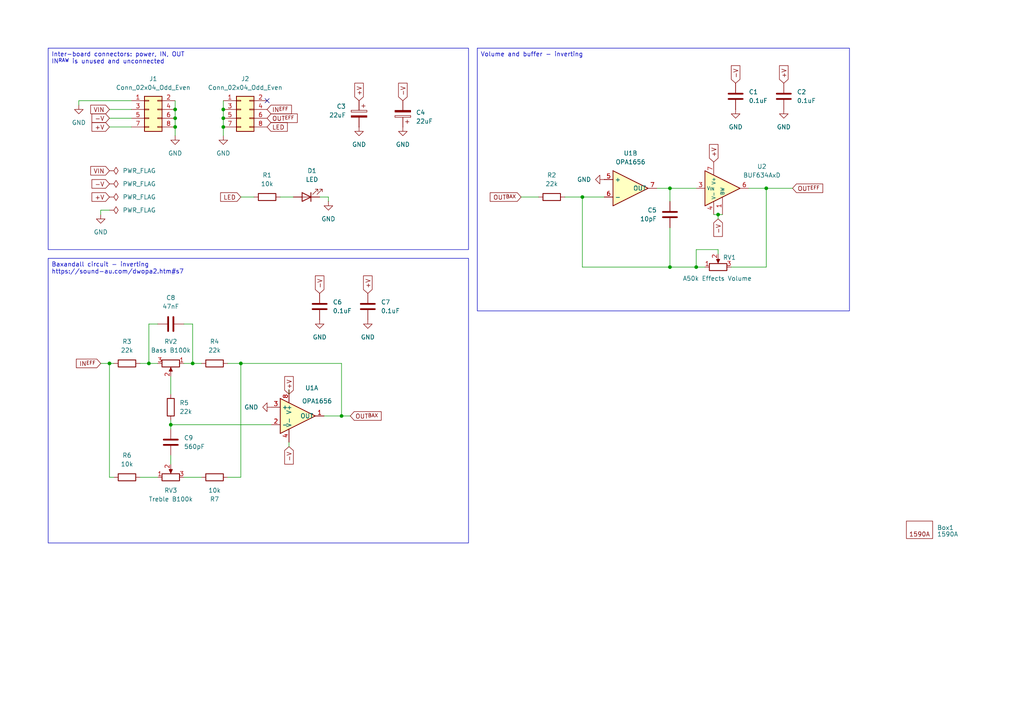
<source format=kicad_sch>
(kicad_sch (version 20231120) (generator "eeschema") (generator_version "8.0")
  (paper "A4")
  (title_block (title "Baxandall tone control with volume") (date "2025-02-28") (rev "v1.0"))
  (lib_symbols
    (symbol "Amplifier_Buffer:BUF634AxD"
      (property "Reference" "U" (at 6.35 2.54 0))
      (property "Value" "BUF634AxD" (at 7.62 -2.54 0))
      (symbol "BUF634AxD_0_1"
        (polyline (pts (xy 5.08 0) (xy -5.08 5.08) (xy -5.08 -5.08) (xy 5.08 0)) (stroke (width 0.254)) (fill (type background)))
      )
      (symbol "BUF634AxD_1_1"
        (pin input line (at 0 -7.62 90) (length 5.08) (name "BW") (number "1"))
        (pin no_connect line (at -5.08 5.08 0) (length 2.54) hide (name "NC") (number "2"))
        (pin input line (at -7.62 0 0) (length 2.54) (name "V_{IN}") (number "3"))
        (pin power_in line (at -2.54 -7.62 90) (length 3.81) (name "V-") (number "4"))
        (pin no_connect line (at -5.08 2.54 0) (length 2.54) hide (name "NC") (number "5"))
        (pin output line (at 7.62 0 180) (length 2.54) (name "~") (number "6"))
        (pin power_in line (at -2.54 7.62 270) (length 3.81) (name "V+") (number "7"))
        (pin no_connect line (at -5.08 -2.54 0) (length 2.54) hide (name "NC") (number "8"))
      )
    )
    (symbol "Connector_Generic:Conn_02x04_Odd_Even" (pin_names (offset 1.016) hide)
      (property "Reference" "J" (at 1.27 5.08 0))
      (property "Value" "Conn_02x04_Odd_Even" (at 1.27 -7.62 0))
      (symbol "Conn_02x04_Odd_Even_1_1"
        (rectangle (start -1.27 -4.953) (end 0 -5.207) (stroke (width 0.1524)))
        (rectangle (start -1.27 -2.413) (end 0 -2.667) (stroke (width 0.1524)))
        (rectangle (start -1.27 0.127) (end 0 -0.127) (stroke (width 0.1524)))
        (rectangle (start -1.27 2.667) (end 0 2.413) (stroke (width 0.1524)))
        (rectangle (start -1.27 3.81) (end 3.81 -6.35) (stroke (width 0.254)) (fill (type background)))
        (rectangle (start 3.81 -4.953) (end 2.54 -5.207) (stroke (width 0.1524)))
        (rectangle (start 3.81 -2.413) (end 2.54 -2.667) (stroke (width 0.1524)))
        (rectangle (start 3.81 0.127) (end 2.54 -0.127) (stroke (width 0.1524)))
        (rectangle (start 3.81 2.667) (end 2.54 2.413) (stroke (width 0.1524)))
        (pin passive line (at -5.08 2.54 0) (length 3.81) (name "Pin_1") (number "1"))
        (pin passive line (at 7.62 2.54 180) (length 3.81) (name "Pin_2") (number "2"))
        (pin passive line (at -5.08 0 0) (length 3.81) (name "Pin_3") (number "3"))
        (pin passive line (at 7.62 0 180) (length 3.81) (name "Pin_4") (number "4"))
        (pin passive line (at -5.08 -2.54 0) (length 3.81) (name "Pin_5") (number "5"))
        (pin passive line (at 7.62 -2.54 180) (length 3.81) (name "Pin_6") (number "6"))
        (pin passive line (at -5.08 -5.08 0) (length 3.81) (name "Pin_7") (number "7"))
        (pin passive line (at 7.62 -5.08 180) (length 3.81) (name "Pin_8") (number "8"))
      )
    )
    (symbol "Device:C" (pin_numbers hide) (pin_names (offset 0.254))
      (property "Reference" "C" (at 0.635 2.54 0))
      (property "Value" "C" (at 0.635 -2.54 0))
      (symbol "C_0_1"
        (polyline (pts (xy -2.032 -0.762) (xy 2.032 -0.762)) (stroke (width 0.508)))
        (polyline (pts (xy -2.032 0.762) (xy 2.032 0.762)) (stroke (width 0.508)))
      )
      (symbol "C_1_1"
        (pin passive line (at 0 3.81 270) (length 2.794) (name "~") (number "1"))
        (pin passive line (at 0 -3.81 90) (length 2.794) (name "~") (number "2"))
      )
    )
    (symbol "Device:C_Polarized" (pin_numbers hide) (pin_names (offset 0.254))
      (property "Reference" "C" (at 0.635 2.54 0))
      (property "Value" "C_Polarized" (at 0.635 -2.54 0))
      (symbol "C_Polarized_0_1"
        (rectangle (start -2.286 0.508) (end 2.286 1.016))
        (polyline (pts (xy -1.778 2.286) (xy -0.762 2.286)))
        (polyline (pts (xy -1.27 2.794) (xy -1.27 1.778)))
        (rectangle (start 2.286 -0.508) (end -2.286 -1.016) (fill (type outline)))
      )
      (symbol "C_Polarized_1_1"
        (pin passive line (at 0 3.81 270) (length 2.794) (name "~") (number "1"))
        (pin passive line (at 0 -3.81 90) (length 2.794) (name "~") (number "2"))
      )
    )
    (symbol "Device:LED" (pin_numbers hide) (pin_names (offset 1.016) hide)
      (property "Reference" "D" (at 0 2.54 0))
      (property "Value" "LED" (at 0 -2.54 0))
      (symbol "LED_0_1"
        (polyline (pts (xy -1.27 -1.27) (xy -1.27 1.27)) (stroke (width 0.254)))
        (polyline (pts (xy -1.27 0) (xy 1.27 0)))
        (polyline (pts (xy 1.27 -1.27) (xy 1.27 1.27) (xy -1.27 0) (xy 1.27 -1.27)) (stroke (width 0.254)))
        (polyline (pts (xy -3.048 -0.762) (xy -4.572 -2.286) (xy -3.81 -2.286) (xy -4.572 -2.286) (xy -4.572 -1.524)))
        (polyline (pts (xy -1.778 -0.762) (xy -3.302 -2.286) (xy -2.54 -2.286) (xy -3.302 -2.286) (xy -3.302 -1.524)))
      )
      (symbol "LED_1_1"
        (pin passive line (at -3.81 0 0) (length 2.54) (name "K") (number "1"))
        (pin passive line (at 3.81 0 180) (length 2.54) (name "A") (number "2"))
      )
    )
    (symbol "Device:R" (pin_numbers hide) (pin_names (offset 0))
      (property "Reference" "R" (at 2.032 0 90))
      (property "Value" "R" (at 0 0 90))
      (symbol "R_0_1"
        (rectangle (start -1.016 -2.54) (end 1.016 2.54) (stroke (width 0.254)))
      )
      (symbol "R_1_1"
        (pin passive line (at 0 3.81 270) (length 1.27) (name "~") (number "1"))
        (pin passive line (at 0 -3.81 90) (length 1.27) (name "~") (number "2"))
      )
    )
    (symbol "Device:R_Potentiometer" (pin_names (offset 1.016) hide)
      (property "Reference" "RV" (at -4.445 0 90))
      (property "Value" "R_Potentiometer" (at -2.54 0 90))
      (symbol "R_Potentiometer_0_1"
        (polyline (pts (xy 2.54 0) (xy 1.524 0)))
        (polyline (pts (xy 1.143 0) (xy 2.286 0.508) (xy 2.286 -0.508) (xy 1.143 0)) (fill (type outline)))
        (rectangle (start 1.016 2.54) (end -1.016 -2.54) (stroke (width 0.254)))
      )
      (symbol "R_Potentiometer_1_1"
        (pin passive line (at 0 3.81 270) (length 1.27) (name "1") (number "1"))
        (pin passive line (at 3.81 0 180) (length 1.27) (name "2") (number "2"))
        (pin passive line (at 0 -3.81 90) (length 1.27) (name "3") (number "3"))
      )
    )
    (symbol "Mylib:Enclosure_1590A"
      (property "Reference" "Box" (at 0 0 0))
      (symbol "Enclosure_1590A_0_1"
        (rectangle (start -3.81 1.27) (end 3.81 -3.81))
      )
      (symbol "Enclosure_1590A_1_1"
        (text "1590A" (at 0 -2.54 0) (effects (font (size 1.27 1.27))))
      )
    )
    (symbol "Mylib:OPA1656"
      (property "Reference" "U" (at 8.89 5.08 0))
      (property "Value" "OPA1656" (at 2.54 11.43 0))
      (symbol "OPA1656_0_1"
        (polyline (pts (xy -2.54 5.08) (xy 7.62 0) (xy -2.54 -5.08) (xy -2.54 5.08)) (stroke (width 0.254)) (fill (type background)))
      )
      (symbol "OPA1656_1_1"
        (pin output line (at 10.16 0 180) (length 2.54) (name "OUT") (number "1"))
        (pin input line (at -5.08 -2.54 0) (length 2.54) (name "-") (number "2"))
        (pin input line (at -5.08 2.54 0) (length 2.54) (name "+") (number "3"))
        (pin power_in line (at 0 -7.62 90) (length 3.81) (name "V-") (number "4"))
        (pin power_in line (at 0 7.62 270) (length 3.81) (name "V+") (number "8"))
      )
      (symbol "OPA1656_2_1"
        (pin input line (at -5.08 2.54 0) (length 2.54) (name "+") (number "5"))
        (pin input line (at -5.08 -2.54 0) (length 2.54) (name "-") (number "6"))
        (pin output line (at 10.16 0 180) (length 2.54) (name "OUT") (number "7"))
      )
    )
    (symbol "power:GND" (power) (pin_numbers hide) (pin_names (offset 0) hide)
      (property "Value" "GND" (at 0 -3.81 0))
      (symbol "GND_0_1"
        (polyline (pts (xy 0 0) (xy 0 -1.27) (xy 1.27 -1.27) (xy 0 -2.54) (xy -1.27 -1.27) (xy 0 -1.27)))
      )
      (symbol "GND_1_1"
        (pin power_in line (at 0 0 270) (length 0) (name "~") (number "1"))
      )
    )
    (symbol "power:PWR_FLAG" (power) (pin_numbers hide) (pin_names (offset 0) hide)
      (property "Value" "PWR_FLAG" (at 0 3.81 0))
      (symbol "PWR_FLAG_0_0"
        (pin power_out line (at 0 0 90) (length 0) (name "~") (number "1"))
      )
      (symbol "PWR_FLAG_0_1"
        (polyline (pts (xy 0 0) (xy 0 1.27) (xy -1.016 1.905) (xy 0 2.54) (xy 1.016 1.905) (xy 0 1.27)))
      )
    )
  )
  (junction (at 50.8 31.75))
  (junction (at 168.91 57.15))
  (junction (at 64.77 31.75))
  (junction (at 99.06 120.65))
  (junction (at 64.77 34.29))
  (junction (at 69.85 105.41))
  (junction (at 55.88 105.41))
  (junction (at 222.25 54.61))
  (junction (at 31.75 105.41))
  (junction (at 194.31 77.47))
  (junction (at 50.8 36.83))
  (junction (at 49.53 123.19))
  (junction (at 194.31 54.61))
  (junction (at 50.8 34.29))
  (junction (at 64.77 36.83))
  (junction (at 208.28 62.23))
  (junction (at 201.93 77.47))
  (junction (at 43.18 105.41))
  (no_connect (at 77.47 29.21))
  (wire (pts (xy 194.31 77.47) (xy 168.91 77.47)))
  (wire (pts (xy 194.31 54.61) (xy 201.93 54.61)))
  (wire (pts (xy 208.28 62.23) (xy 209.55 62.23)))
  (wire (pts (xy 31.75 34.29) (xy 38.1 34.29)))
  (wire (pts (xy 212.09 77.47) (xy 222.25 77.47)))
  (wire (pts (xy 69.85 105.41) (xy 99.06 105.41)))
  (wire (pts (xy 31.75 105.41) (xy 33.02 105.41)))
  (wire (pts (xy 208.28 72.39) (xy 208.28 73.66)))
  (wire (pts (xy 55.88 93.98) (xy 55.88 105.41)))
  (wire (pts (xy 201.93 77.47) (xy 204.47 77.47)))
  (wire (pts (xy 207.01 62.23) (xy 208.28 62.23)))
  (wire (pts (xy 222.25 54.61) (xy 229.87 54.61)))
  (wire (pts (xy 81.28 57.15) (xy 85.09 57.15)))
  (wire (pts (xy 43.18 93.98) (xy 45.72 93.98)))
  (wire (pts (xy 31.75 138.43) (xy 33.02 138.43)))
  (wire (pts (xy 222.25 77.47) (xy 222.25 54.61)))
  (wire (pts (xy 95.25 57.15) (xy 92.71 57.15)))
  (wire (pts (xy 40.64 105.41) (xy 43.18 105.41)))
  (wire (pts (xy 201.93 77.47) (xy 201.93 72.39)))
  (wire (pts (xy 168.91 57.15) (xy 168.91 77.47)))
  (wire (pts (xy 93.98 120.65) (xy 99.06 120.65)))
  (wire (pts (xy 64.77 31.75) (xy 64.77 34.29)))
  (wire (pts (xy 53.34 105.41) (xy 55.88 105.41)))
  (wire (pts (xy 151.13 57.15) (xy 156.21 57.15)))
  (wire (pts (xy 163.83 57.15) (xy 168.91 57.15)))
  (wire (pts (xy 53.34 93.98) (xy 55.88 93.98)))
  (wire (pts (xy 64.77 29.21) (xy 64.77 31.75)))
  (wire (pts (xy 69.85 57.15) (xy 73.66 57.15)))
  (wire (pts (xy 190.5 54.61) (xy 194.31 54.61)))
  (wire (pts (xy 31.75 31.75) (xy 38.1 31.75)))
  (wire (pts (xy 55.88 105.41) (xy 58.42 105.41)))
  (wire (pts (xy 53.34 138.43) (xy 58.42 138.43)))
  (wire (pts (xy 50.8 36.83) (xy 50.8 39.37)))
  (wire (pts (xy 49.53 123.19) (xy 78.74 123.19)))
  (wire (pts (xy 31.75 60.96) (xy 29.21 60.96)))
  (wire (pts (xy 194.31 54.61) (xy 194.31 58.42)))
  (wire (pts (xy 49.53 123.19) (xy 49.53 124.46)))
  (wire (pts (xy 69.85 138.43) (xy 69.85 105.41)))
  (wire (pts (xy 50.8 31.75) (xy 50.8 34.29)))
  (wire (pts (xy 83.82 128.27) (xy 83.82 129.54)))
  (wire (pts (xy 49.53 109.22) (xy 49.53 114.3)))
  (wire (pts (xy 64.77 36.83) (xy 64.77 39.37)))
  (wire (pts (xy 29.21 60.96) (xy 29.21 62.23)))
  (wire (pts (xy 40.64 138.43) (xy 45.72 138.43)))
  (wire (pts (xy 66.04 105.41) (xy 69.85 105.41)))
  (wire (pts (xy 29.21 105.41) (xy 31.75 105.41)))
  (wire (pts (xy 31.75 36.83) (xy 38.1 36.83)))
  (wire (pts (xy 66.04 138.43) (xy 69.85 138.43)))
  (wire (pts (xy 22.86 29.21) (xy 38.1 29.21)))
  (wire (pts (xy 201.93 72.39) (xy 208.28 72.39)))
  (wire (pts (xy 50.8 34.29) (xy 50.8 36.83)))
  (wire (pts (xy 95.25 58.42) (xy 95.25 57.15)))
  (wire (pts (xy 99.06 105.41) (xy 99.06 120.65)))
  (wire (pts (xy 49.53 121.92) (xy 49.53 123.19)))
  (wire (pts (xy 49.53 132.08) (xy 49.53 134.62)))
  (wire (pts (xy 31.75 105.41) (xy 31.75 138.43)))
  (wire (pts (xy 168.91 57.15) (xy 175.26 57.15)))
  (wire (pts (xy 50.8 29.21) (xy 50.8 31.75)))
  (wire (pts (xy 217.17 54.61) (xy 222.25 54.61)))
  (wire (pts (xy 43.18 105.41) (xy 45.72 105.41)))
  (wire (pts (xy 64.77 34.29) (xy 64.77 36.83)))
  (wire (pts (xy 194.31 77.47) (xy 201.93 77.47)))
  (wire (pts (xy 83.82 113.03) (xy 83.82 114.3)))
  (wire (pts (xy 99.06 120.65) (xy 101.6 120.65)))
  (wire (pts (xy 208.28 62.23) (xy 208.28 63.5)))
  (wire (pts (xy 22.86 30.48) (xy 22.86 29.21)))
  (wire (pts (xy 43.18 105.41) (xy 43.18 93.98)))
  (wire (pts (xy 194.31 66.04) (xy 194.31 77.47)))
  (text_box "Baxandall circuit - inverting\nhttps://sound-au.com/dwopa2.htm#s7" (at 13.97 74.93 0) (size 121.92 82.55) (effects (font (size 1.27 1.27)) (justify left top)))
  (text_box "Inter-board connectors: power, IN, OUT\nIN^{RAW} is unused and unconnected" (at 13.97 13.97 0) (size 121.92 58.42) (effects (font (size 1.27 1.27)) (justify left top)))
  (text_box "Volume and buffer - inverting" (at 138.43 13.97 0) (size 107.95 76.2) (effects (font (size 1.27 1.27)) (justify left top)))
  (global_label "-V" (shape input) (at 31.75 53.34 180) (property "Intersheetrefs" "${INTERSHEET_REFS}" (effects (hide yes))))
  (global_label "-V" (shape input) (at 116.84 29.21 90) (property "Intersheetrefs" "${INTERSHEET_REFS}" (effects (hide yes))))
  (global_label "+V" (shape input) (at 106.68 85.09 90) (property "Intersheetrefs" "${INTERSHEET_REFS}" (effects (hide yes))))
  (global_label "+V" (shape input) (at 31.75 57.15 180) (property "Intersheetrefs" "${INTERSHEET_REFS}" (effects (hide yes))))
  (global_label "-V" (shape input) (at 208.28 63.5 270) (property "Intersheetrefs" "${INTERSHEET_REFS}" (effects (hide yes))))
  (global_label "-V" (shape input) (at 92.71 85.09 90) (property "Intersheetrefs" "${INTERSHEET_REFS}" (effects (hide yes))))
  (global_label "OUT^{BAX}" (shape input) (at 101.6 120.65 0) (property "Intersheetrefs" "${INTERSHEET_REFS}" (effects (hide yes))))
  (global_label "+V" (shape input) (at 227.33 24.13 90) (property "Intersheetrefs" "${INTERSHEET_REFS}" (effects (hide yes))))
  (global_label "IN^{EFF}" (shape input) (at 29.21 105.41 180) (property "Intersheetrefs" "${INTERSHEET_REFS}" (effects (hide yes))))
  (global_label "OUT^{BAX}" (shape input) (at 151.13 57.15 180) (property "Intersheetrefs" "${INTERSHEET_REFS}" (effects (hide yes))))
  (global_label "+V" (shape input) (at 83.82 114.3 90) (property "Intersheetrefs" "${INTERSHEET_REFS}" (effects (hide yes))))
  (global_label "+V" (shape input) (at 207.01 46.99 90) (property "Intersheetrefs" "${INTERSHEET_REFS}" (effects (hide yes))))
  (global_label "VIN" (shape input) (at 31.75 49.53 180) (property "Intersheetrefs" "${INTERSHEET_REFS}" (effects (hide yes))))
  (global_label "+V" (shape input) (at 31.75 36.83 180) (property "Intersheetrefs" "${INTERSHEET_REFS}" (effects (hide yes))))
  (global_label "-V" (shape input) (at 31.75 34.29 180) (property "Intersheetrefs" "${INTERSHEET_REFS}" (effects (hide yes))))
  (global_label "OUT^{EFF}" (shape input) (at 229.87 54.61 0) (property "Intersheetrefs" "${INTERSHEET_REFS}" (effects (hide yes))))
  (global_label "+V" (shape input) (at 104.14 29.21 90) (property "Intersheetrefs" "${INTERSHEET_REFS}" (effects (hide yes))))
  (global_label "-V" (shape input) (at 83.82 129.54 270) (property "Intersheetrefs" "${INTERSHEET_REFS}" (effects (hide yes))))
  (global_label "LED" (shape input) (at 77.47 36.83 0) (property "Intersheetrefs" "${INTERSHEET_REFS}" (effects (hide yes))))
  (global_label "-V" (shape input) (at 213.36 24.13 90) (property "Intersheetrefs" "${INTERSHEET_REFS}" (effects (hide yes))))
  (global_label "LED" (shape input) (at 69.85 57.15 180) (property "Intersheetrefs" "${INTERSHEET_REFS}" (effects (hide yes))))
  (global_label "OUT^{EFF}" (shape input) (at 77.47 34.29 0) (property "Intersheetrefs" "${INTERSHEET_REFS}" (effects (hide yes))))
  (global_label "IN^{EFF}" (shape input) (at 77.47 31.75 0) (property "Intersheetrefs" "${INTERSHEET_REFS}" (effects (hide yes))))
  (global_label "VIN" (shape input) (at 31.75 31.75 180) (property "Intersheetrefs" "${INTERSHEET_REFS}" (effects (hide yes))))
  (symbol (lib_id "Connector_Generic:Conn_02x04_Odd_Even") (at 43.18 31.75 0) (unit 1)
    (property "Reference" "J1" (at 44.45 22.86 0))
    (property "Value" "Conn_02x04_Odd_Even" (at 44.45 25.4 0))
    (property "Footprint" "Connector_PinHeader_2.54mm:PinHeader_2x04_P2.54mm_Vertical" (effects (hide yes)))
    (property "Description" "Generic connector, double row, 02x04, odd/even pin numbering scheme (row 1 odd numbers, row 2 even numbers), script generated (kicad-library-utils/schlib/autogen/connector/)" (effects (hide yes)))
  )
  (symbol (lib_id "Device:R_Potentiometer") (at 208.28 77.47 90) (unit 1)
    (property "Reference" "RV1" (at 211.582 74.676 90))
    (property "Value" "A50k Effects Volume" (at 208.026 80.772 90))
    (property "Footprint" "Potentiometer_THT:Potentiometer_Alpha_RD901F-40-00D_Single_Vertical" (effects (hide yes)))
    (property "Description" "Potentiometer" (effects (hide yes)))
  )
  (symbol (lib_id "Mylib:OPA1656") (at 180.34 54.61 0) (unit 2)
    (property "Reference" "U1" (at 182.88 44.45 0))
    (property "Value" "OPA1656" (at 182.88 46.99 0))
    (property "Footprint" "Package_SO:SOIC-8_3.9x4.9mm_P1.27mm" (effects (hide yes)))
    (property "Datasheet" "https://ti.com/lit/ds/symlink/opa1655.pdf" (effects (hide yes)))
    (property "Description" "Dual audio op-amp" (effects (hide yes)))
  )
  (symbol (lib_id "Device:R") (at 160.02 57.15 270) (mirror x) (unit 1)
    (property "Reference" "R2" (at 160.02 50.8 90))
    (property "Value" "22k" (at 160.02 53.34 90))
    (property "Footprint" "Resistor_SMD:R_0805_2012Metric_Pad1.20x1.40mm_HandSolder" (effects (hide yes)))
    (property "Description" "Resistor" (effects (hide yes)))
  )
  (symbol (lib_id "power:PWR_FLAG") (at 31.75 53.34 270) (unit 1)
    (property "Reference" "#FLG2" (effects (hide yes)))
    (property "Value" "PWR_FLAG" (at 35.56 53.3399 90) (effects (justify left)))
    (property "Description" "Special symbol for telling ERC where power comes from" (effects (hide yes)))
  )
  (symbol (lib_id "Device:R") (at 62.23 105.41 270) (mirror x) (unit 1)
    (property "Reference" "R4" (at 62.23 99.06 90))
    (property "Value" "22k" (at 62.23 101.6 90))
    (property "Footprint" "Resistor_SMD:R_0805_2012Metric_Pad1.20x1.40mm_HandSolder" (effects (hide yes)))
    (property "Description" "Resistor" (effects (hide yes)))
  )
  (symbol (lib_id "Device:R") (at 36.83 138.43 270) (mirror x) (unit 1)
    (property "Reference" "R6" (at 36.83 132.08 90))
    (property "Value" "10k" (at 36.83 134.62 90))
    (property "Footprint" "Resistor_SMD:R_0805_2012Metric_Pad1.20x1.40mm_HandSolder" (effects (hide yes)))
    (property "Description" "Resistor" (effects (hide yes)))
  )
  (symbol (lib_id "Device:C_Polarized") (at 116.84 33.02 180) (unit 1)
    (property "Reference" "C4" (at 120.65 32.6389 0) (effects (justify right)))
    (property "Value" "22uF" (at 120.65 35.1789 0) (effects (justify right)))
    (property "Footprint" "Capacitor_THT:CP_Radial_D4.0mm_P2.00mm" (effects (hide yes)))
    (property "Description" "Polarized capacitor" (effects (hide yes)))
  )
  (symbol (lib_id "Device:C") (at 49.53 128.27 0) (unit 1)
    (property "Reference" "C9" (at 53.34 126.9999 0) (effects (justify left)))
    (property "Value" "560pF" (at 53.34 129.5399 0) (effects (justify left)))
    (property "Footprint" "Capacitor_SMD:C_0805_2012Metric_Pad1.18x1.45mm_HandSolder" (effects (hide yes)))
    (property "Description" "Unpolarized capacitor" (effects (hide yes)))
  )
  (symbol (lib_id "power:GND") (at 106.68 92.71 0) (unit 1)
    (property "Reference" "#PWR12" (effects (hide yes)))
    (property "Value" "GND" (at 106.68 97.79 0))
    (property "Description" "Power symbol creates a global label with name \"GND\" , ground" (effects (hide yes)))
  )
  (symbol (lib_id "Device:C") (at 213.36 27.94 0) (unit 1)
    (property "Reference" "C1" (at 217.17 26.6699 0) (effects (justify left)))
    (property "Value" "0.1uF" (at 217.17 29.2099 0) (effects (justify left)))
    (property "Footprint" "Capacitor_SMD:C_1206_3216Metric_Pad1.33x1.80mm_HandSolder" (effects (hide yes)))
    (property "Description" "Unpolarized capacitor" (effects (hide yes)))
  )
  (symbol (lib_id "power:GND") (at 213.36 31.75 0) (unit 1)
    (property "Reference" "#PWR2" (effects (hide yes)))
    (property "Value" "GND" (at 213.36 36.83 0))
    (property "Description" "Power symbol creates a global label with name \"GND\" , ground" (effects (hide yes)))
  )
  (symbol (lib_id "Device:C") (at 194.31 62.23 0) (mirror y) (unit 1)
    (property "Reference" "C5" (at 190.5 60.9599 0) (effects (justify left)))
    (property "Value" "10pF" (at 190.5 63.4999 0) (effects (justify left)))
    (property "Footprint" "Capacitor_SMD:C_0805_2012Metric_Pad1.18x1.45mm_HandSolder" (effects (hide yes)))
    (property "Description" "Unpolarized capacitor" (effects (hide yes)))
  )
  (symbol (lib_id "power:GND") (at 22.86 30.48 0) (unit 1)
    (property "Reference" "#PWR1" (effects (hide yes)))
    (property "Value" "GND" (at 22.86 35.56 0))
    (property "Description" "Power symbol creates a global label with name \"GND\" , ground" (effects (hide yes)))
  )
  (symbol (lib_id "Device:R_Potentiometer") (at 49.53 105.41 270) (unit 1)
    (property "Reference" "RV2" (at 49.53 99.06 90))
    (property "Value" "Bass B100k" (at 49.53 101.6 90))
    (property "Footprint" "Potentiometer_THT:Potentiometer_Alpha_RD901F-40-00D_Single_Vertical" (effects (hide yes)))
    (property "Description" "Potentiometer" (effects (hide yes)))
  )
  (symbol (lib_id "power:PWR_FLAG") (at 31.75 60.96 270) (unit 1)
    (property "Reference" "#FLG4" (effects (hide yes)))
    (property "Value" "PWR_FLAG" (at 35.56 60.9601 90) (effects (justify left)))
    (property "Description" "Special symbol for telling ERC where power comes from" (effects (hide yes)))
  )
  (symbol (lib_id "Connector_Generic:Conn_02x04_Odd_Even") (at 69.85 31.75 0) (unit 1)
    (property "Reference" "J2" (at 71.12 22.86 0))
    (property "Value" "Conn_02x04_Odd_Even" (at 71.12 25.4 0))
    (property "Footprint" "Connector_PinHeader_2.54mm:PinHeader_2x04_P2.54mm_Vertical" (effects (hide yes)))
    (property "Description" "Generic connector, double row, 02x04, odd/even pin numbering scheme (row 1 odd numbers, row 2 even numbers), script generated (kicad-library-utils/schlib/autogen/connector/)" (effects (hide yes)))
  )
  (symbol (lib_id "power:GND") (at 95.25 58.42 0) (unit 1)
    (property "Reference" "#PWR9" (effects (hide yes)))
    (property "Value" "GND" (at 95.25 63.5 0))
    (property "Description" "Power symbol creates a global label with name \"GND\" , ground" (effects (hide yes)))
  )
  (symbol (lib_id "Device:R") (at 62.23 138.43 270) (unit 1)
    (property "Reference" "R7" (at 62.23 144.78 90))
    (property "Value" "10k" (at 62.23 142.24 90))
    (property "Footprint" "Resistor_SMD:R_0805_2012Metric_Pad1.20x1.40mm_HandSolder" (effects (hide yes)))
    (property "Description" "Resistor" (effects (hide yes)))
  )
  (symbol (lib_id "power:GND") (at 175.26 52.07 270) (unit 1)
    (property "Reference" "#PWR8" (effects (hide yes)))
    (property "Value" "GND" (at 171.45 52.0699 90) (effects (justify right)))
    (property "Description" "Power symbol creates a global label with name \"GND\" , ground" (effects (hide yes)))
  )
  (symbol (lib_id "Device:C_Polarized") (at 104.14 33.02 0) (mirror y) (unit 1)
    (property "Reference" "C3" (at 100.33 30.8609 0) (effects (justify left)))
    (property "Value" "22uF" (at 100.33 33.4009 0) (effects (justify left)))
    (property "Footprint" "Capacitor_THT:CP_Radial_D4.0mm_P2.00mm" (effects (hide yes)))
    (property "Description" "Polarized capacitor" (effects (hide yes)))
  )
  (symbol (lib_id "power:GND") (at 104.14 36.83 0) (unit 1)
    (property "Reference" "#PWR4" (effects (hide yes)))
    (property "Value" "GND" (at 104.14 41.91 0))
    (property "Description" "Power symbol creates a global label with name \"GND\" , ground" (effects (hide yes)))
  )
  (symbol (lib_id "Device:C") (at 49.53 93.98 90) (unit 1)
    (property "Reference" "C8" (at 49.53 86.36 90))
    (property "Value" "47nF" (at 49.53 88.9 90))
    (property "Footprint" "Capacitor_SMD:C_0805_2012Metric_Pad1.18x1.45mm_HandSolder" (effects (hide yes)))
    (property "Description" "Unpolarized capacitor" (effects (hide yes)))
  )
  (symbol (lib_id "power:PWR_FLAG") (at 31.75 57.15 270) (unit 1)
    (property "Reference" "#FLG3" (effects (hide yes)))
    (property "Value" "PWR_FLAG" (at 35.56 57.1499 90) (effects (justify left)))
    (property "Description" "Special symbol for telling ERC where power comes from" (effects (hide yes)))
  )
  (symbol (lib_id "Device:R") (at 49.53 118.11 0) (mirror y) (unit 1)
    (property "Reference" "R5" (at 52.07 116.8399 0) (effects (justify right)))
    (property "Value" "22k" (at 52.07 119.3799 0) (effects (justify right)))
    (property "Footprint" "Resistor_SMD:R_0805_2012Metric_Pad1.20x1.40mm_HandSolder" (effects (hide yes)))
    (property "Description" "Resistor" (effects (hide yes)))
  )
  (symbol (lib_id "power:GND") (at 64.77 39.37 0) (unit 1)
    (property "Reference" "#PWR7" (effects (hide yes)))
    (property "Value" "GND" (at 64.77 44.45 0))
    (property "Description" "Power symbol creates a global label with name \"GND\" , ground" (effects (hide yes)))
  )
  (symbol (lib_id "Device:C") (at 106.68 88.9 0) (unit 1)
    (property "Reference" "C7" (at 110.49 87.6299 0) (effects (justify left)))
    (property "Value" "0.1uF" (at 110.49 90.1699 0) (effects (justify left)))
    (property "Footprint" "Capacitor_SMD:C_1206_3216Metric_Pad1.33x1.80mm_HandSolder" (effects (hide yes)))
    (property "Description" "Unpolarized capacitor" (effects (hide yes)))
  )
  (symbol (lib_id "Mylib:Enclosure_1590A") (at 266.7 152.4 0) (unit 1)
    (property "Reference" "Box1" (at 271.78 153.0349 0) (effects (justify left)))
    (property "Value" "1590A" (at 271.78 154.94 0) (effects (justify left)))
    (property "Footprint" "Mylib:1590A" (effects (hide yes)))
  )
  (symbol (lib_id "power:GND") (at 116.84 36.83 0) (unit 1)
    (property "Reference" "#PWR5" (effects (hide yes)))
    (property "Value" "GND" (at 116.84 41.91 0))
    (property "Description" "Power symbol creates a global label with name \"GND\" , ground" (effects (hide yes)))
  )
  (symbol (lib_id "Device:R") (at 36.83 105.41 270) (mirror x) (unit 1)
    (property "Reference" "R3" (at 36.83 99.06 90))
    (property "Value" "22k" (at 36.83 101.6 90))
    (property "Footprint" "Resistor_SMD:R_0805_2012Metric_Pad1.20x1.40mm_HandSolder" (effects (hide yes)))
    (property "Description" "Resistor" (effects (hide yes)))
  )
  (symbol (lib_id "power:GND") (at 92.71 92.71 0) (unit 1)
    (property "Reference" "#PWR11" (effects (hide yes)))
    (property "Value" "GND" (at 92.71 97.79 0))
    (property "Description" "Power symbol creates a global label with name \"GND\" , ground" (effects (hide yes)))
  )
  (symbol (lib_id "power:GND") (at 50.8 39.37 0) (unit 1)
    (property "Reference" "#PWR6" (effects (hide yes)))
    (property "Value" "GND" (at 50.8 44.45 0))
    (property "Description" "Power symbol creates a global label with name \"GND\" , ground" (effects (hide yes)))
  )
  (symbol (lib_id "power:GND") (at 78.74 118.11 270) (unit 1)
    (property "Reference" "#PWR13" (effects (hide yes)))
    (property "Value" "GND" (at 74.93 118.1099 90) (effects (justify right)))
    (property "Description" "Power symbol creates a global label with name \"GND\" , ground" (effects (hide yes)))
  )
  (symbol (lib_id "power:GND") (at 227.33 31.75 0) (unit 1)
    (property "Reference" "#PWR3" (effects (hide yes)))
    (property "Value" "GND" (at 227.33 36.83 0))
    (property "Description" "Power symbol creates a global label with name \"GND\" , ground" (effects (hide yes)))
  )
  (symbol (lib_id "Device:R") (at 77.47 57.15 90) (unit 1)
    (property "Reference" "R1" (at 77.47 50.8 90))
    (property "Value" "10k" (at 77.47 53.34 90))
    (property "Footprint" "Resistor_SMD:R_0805_2012Metric_Pad1.20x1.40mm_HandSolder" (effects (hide yes)))
    (property "Description" "Resistor" (effects (hide yes)))
  )
  (symbol (lib_id "power:GND") (at 29.21 62.23 0) (unit 1)
    (property "Reference" "#PWR10" (effects (hide yes)))
    (property "Value" "GND" (at 29.21 67.31 0))
    (property "Description" "Power symbol creates a global label with name \"GND\" , ground" (effects (hide yes)))
  )
  (symbol (lib_id "Amplifier_Buffer:BUF634AxD") (at 209.55 54.61 0) (unit 1)
    (property "Reference" "U2" (at 220.98 48.2914 0))
    (property "Value" "BUF634AxD" (at 220.98 50.8314 0))
    (property "Footprint" "Package_SO:SOIC-8_3.9x4.9mm_P1.27mm" (effects (hide yes)))
    (property "Datasheet" "https://www.ti.com/lit/ds/symlink/buf634a.pdf" (effects (hide yes)))
    (property "Description" "36-V, 210-MHz, 250-mA Output, High-Speed Buffer, SOIC-8" (effects (hide yes)))
  )
  (symbol (lib_id "power:PWR_FLAG") (at 31.75 49.53 270) (unit 1)
    (property "Reference" "#FLG1" (effects (hide yes)))
    (property "Value" "PWR_FLAG" (at 35.56 49.5299 90) (effects (justify left)))
    (property "Description" "Special symbol for telling ERC where power comes from" (effects (hide yes)))
  )
  (symbol (lib_id "Device:LED") (at 88.9 57.15 180) (unit 1)
    (property "Reference" "D1" (at 90.4875 49.53 0))
    (property "Value" "LED" (at 90.4875 52.07 0))
    (property "Footprint" "LED_THT:LED_D3.0mm" (effects (hide yes)))
    (property "Description" "Light emitting diode" (effects (hide yes)))
  )
  (symbol (lib_id "Mylib:OPA1656") (at 83.82 120.65 0) (unit 1)
    (property "Reference" "U1" (at 90.424 112.522 0))
    (property "Value" "OPA1656" (at 91.948 116.332 0))
    (property "Footprint" "Package_SO:SOIC-8_3.9x4.9mm_P1.27mm" (effects (hide yes)))
    (property "Datasheet" "https://ti.com/lit/ds/symlink/opa1655.pdf" (effects (hide yes)))
    (property "Description" "Dual audio op-amp" (effects (hide yes)))
  )
  (symbol (lib_id "Device:R_Potentiometer") (at 49.53 138.43 90) (unit 1)
    (property "Reference" "RV3" (at 49.53 142.24 90))
    (property "Value" "Treble B100k" (at 49.53 144.78 90))
    (property "Footprint" "Potentiometer_THT:Potentiometer_Alpha_RD901F-40-00D_Single_Vertical" (effects (hide yes)))
    (property "Description" "Potentiometer" (effects (hide yes)))
  )
  (symbol (lib_id "Device:C") (at 227.33 27.94 0) (unit 1)
    (property "Reference" "C2" (at 231.14 26.6699 0) (effects (justify left)))
    (property "Value" "0.1uF" (at 231.14 29.2099 0) (effects (justify left)))
    (property "Footprint" "Capacitor_SMD:C_1206_3216Metric_Pad1.33x1.80mm_HandSolder" (effects (hide yes)))
    (property "Description" "Unpolarized capacitor" (effects (hide yes)))
  )
  (symbol (lib_id "Device:C") (at 92.71 88.9 0) (unit 1)
    (property "Reference" "C6" (at 96.52 87.6299 0) (effects (justify left)))
    (property "Value" "0.1uF" (at 96.52 90.1699 0) (effects (justify left)))
    (property "Footprint" "Capacitor_SMD:C_1206_3216Metric_Pad1.33x1.80mm_HandSolder" (effects (hide yes)))
    (property "Description" "Unpolarized capacitor" (effects (hide yes)))
  )
)
</source>
